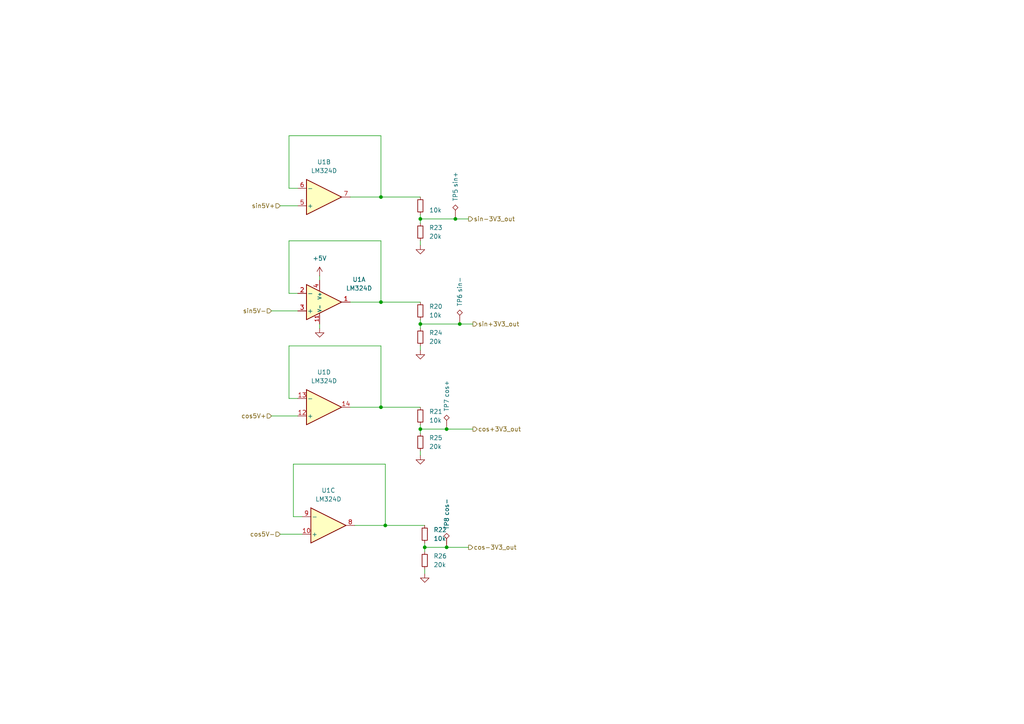
<source format=kicad_sch>
(kicad_sch (version 20231120) (generator "eeschema") (generator_version "8.0")
  (paper "A4")
  (title_block (title "INV_MainBoard_TI") (date "2025-02-19") (rev "1.0") (company "NTURacing Team") (comment 1 "郭哲明 Jack Kuo") (comment 2 "Powertrain Group"))
  (lib_symbols
    (symbol "Connector:TestPoint_Alt" (pin_numbers hide) (pin_names (offset 0.762) hide)
      (property "Reference" "TP" (at 0 6.858 0))
      (property "Value" "TestPoint_Alt" (at 0 5.08 0))
      (symbol "TestPoint_Alt_0_1"
        (polyline (pts (xy 0 2.54) (xy -0.762 3.302) (xy 0 4.064) (xy 0.762 3.302) (xy 0 2.54)))
      )
      (symbol "TestPoint_Alt_1_1"
        (pin passive line (at 0 0 90) (length 2.54) (name "1") (number "1"))
      )
    )
    (symbol "Device:R_Small" (pin_numbers hide) (pin_names (offset 0.254) hide)
      (property "Reference" "R" (at 0.762 0.508 0))
      (property "Value" "R_Small" (at 0.762 -1.016 0))
      (symbol "R_Small_0_1"
        (rectangle (start -0.762 1.778) (end 0.762 -1.778) (stroke (width 0.2032)))
      )
      (symbol "R_Small_1_1"
        (pin passive line (at 0 2.54 270) (length 0.762) (name "~") (number "1"))
        (pin passive line (at 0 -2.54 90) (length 0.762) (name "~") (number "2"))
      )
    )
    (symbol "PCM_Amplifier_Operational_AKL:LM324D" (pin_names (offset 0.2))
      (property "Reference" "U" (at 1.27 6.35 0))
      (property "Value" "LM324D" (at 1.27 3.81 0))
      (symbol "LM324D_0_1"
        (polyline (pts (xy -3.81 5.08) (xy -3.81 -5.08) (xy 6.35 0) (xy -3.81 5.08)) (stroke (width 0.254)) (fill (type background)))
      )
      (symbol "LM324D_1_1"
        (pin output line (at 8.89 0 180) (length 2.54) (name "~") (number "1"))
        (pin power_in line (at 0 -6.35 90) (length 3.18) (name "V-") (number "11"))
        (pin input line (at -6.35 2.54 0) (length 2.54) (name "-") (number "2"))
        (pin input line (at -6.35 -2.54 0) (length 2.54) (name "+") (number "3"))
        (pin power_in line (at 0 6.35 270) (length 3.18) (name "V+") (number "4"))
      )
      (symbol "LM324D_2_1"
        (pin input line (at -6.35 -2.54 0) (length 2.54) (name "+") (number "5"))
        (pin input line (at -6.35 2.54 0) (length 2.54) (name "-") (number "6"))
        (pin output line (at 8.89 0 180) (length 2.54) (name "~") (number "7"))
      )
      (symbol "LM324D_3_1"
        (pin input line (at -6.35 -2.54 0) (length 2.54) (name "+") (number "10"))
        (pin output line (at 8.89 0 180) (length 2.54) (name "~") (number "8"))
        (pin input line (at -6.35 2.54 0) (length 2.54) (name "-") (number "9"))
      )
      (symbol "LM324D_4_1"
        (pin input line (at -6.35 -2.54 0) (length 2.54) (name "+") (number "12"))
        (pin input line (at -6.35 2.54 0) (length 2.54) (name "-") (number "13"))
        (pin output line (at 8.89 0 180) (length 2.54) (name "~") (number "14"))
      )
    )
    (symbol "power:+5V" (power) (pin_numbers hide) (pin_names (offset 0) hide)
      (property "Value" "+5V" (at 0 3.556 0))
      (symbol "+5V_0_1"
        (polyline (pts (xy -0.762 1.27) (xy 0 2.54)))
        (polyline (pts (xy 0 0) (xy 0 2.54)))
        (polyline (pts (xy 0 2.54) (xy 0.762 1.27)))
      )
      (symbol "+5V_1_1"
        (pin power_in line (at 0 0 90) (length 0) (name "~") (number "1"))
      )
    )
    (symbol "power:GND" (power) (pin_numbers hide) (pin_names (offset 0) hide)
      (property "Value" "GND" (at 0 -3.81 0))
      (symbol "GND_0_1"
        (polyline (pts (xy 0 0) (xy 0 -1.27) (xy 1.27 -1.27) (xy 0 -2.54) (xy -1.27 -1.27) (xy 0 -1.27)))
      )
      (symbol "GND_1_1"
        (pin power_in line (at 0 0 270) (length 0) (name "~") (number "1"))
      )
    )
  )
  (junction (at 132.08 63.5))
  (junction (at 110.49 87.63))
  (junction (at 121.92 63.5))
  (junction (at 111.76 152.4))
  (junction (at 123.19 158.75))
  (junction (at 110.49 57.15))
  (junction (at 129.54 158.75))
  (junction (at 121.92 93.98))
  (junction (at 129.54 124.46))
  (junction (at 110.49 118.11))
  (junction (at 121.92 124.46))
  (junction (at 133.35 93.98))
  (wire (pts (xy 123.19 158.75) (xy 123.19 160.02)))
  (wire (pts (xy 121.92 62.23) (xy 121.92 63.5)))
  (wire (pts (xy 86.36 85.09) (xy 83.82 85.09)))
  (wire (pts (xy 86.36 115.57) (xy 83.82 115.57)))
  (wire (pts (xy 123.19 157.48) (xy 123.19 158.75)))
  (wire (pts (xy 85.09 149.86) (xy 85.09 134.62)))
  (wire (pts (xy 110.49 87.63) (xy 121.92 87.63)))
  (wire (pts (xy 101.6 57.15) (xy 110.49 57.15)))
  (wire (pts (xy 92.71 95.25) (xy 92.71 93.98)))
  (wire (pts (xy 81.28 59.69) (xy 86.36 59.69)))
  (wire (pts (xy 111.76 134.62) (xy 111.76 152.4)))
  (wire (pts (xy 101.6 87.63) (xy 110.49 87.63)))
  (wire (pts (xy 83.82 69.85) (xy 110.49 69.85)))
  (wire (pts (xy 110.49 69.85) (xy 110.49 87.63)))
  (wire (pts (xy 121.92 92.71) (xy 121.92 93.98)))
  (wire (pts (xy 121.92 123.19) (xy 121.92 124.46)))
  (wire (pts (xy 85.09 134.62) (xy 111.76 134.62)))
  (wire (pts (xy 121.92 71.12) (xy 121.92 69.85)))
  (wire (pts (xy 83.82 115.57) (xy 83.82 100.33)))
  (wire (pts (xy 135.89 63.5) (xy 132.08 63.5)))
  (wire (pts (xy 121.92 132.08) (xy 121.92 130.81)))
  (wire (pts (xy 121.92 124.46) (xy 121.92 125.73)))
  (wire (pts (xy 83.82 54.61) (xy 83.82 39.37)))
  (wire (pts (xy 132.08 63.5) (xy 121.92 63.5)))
  (wire (pts (xy 86.36 54.61) (xy 83.82 54.61)))
  (wire (pts (xy 121.92 101.6) (xy 121.92 100.33)))
  (wire (pts (xy 83.82 100.33) (xy 110.49 100.33)))
  (wire (pts (xy 110.49 100.33) (xy 110.49 118.11)))
  (wire (pts (xy 133.35 93.98) (xy 137.16 93.98)))
  (wire (pts (xy 129.54 124.46) (xy 121.92 124.46)))
  (wire (pts (xy 123.19 166.37) (xy 123.19 165.1)))
  (wire (pts (xy 110.49 118.11) (xy 121.92 118.11)))
  (wire (pts (xy 121.92 93.98) (xy 121.92 95.25)))
  (wire (pts (xy 137.16 124.46) (xy 129.54 124.46)))
  (wire (pts (xy 83.82 39.37) (xy 110.49 39.37)))
  (wire (pts (xy 121.92 63.5) (xy 121.92 64.77)))
  (wire (pts (xy 101.6 118.11) (xy 110.49 118.11)))
  (wire (pts (xy 110.49 57.15) (xy 121.92 57.15)))
  (wire (pts (xy 78.74 90.17) (xy 86.36 90.17)))
  (wire (pts (xy 129.54 158.75) (xy 135.89 158.75)))
  (wire (pts (xy 78.74 120.65) (xy 86.36 120.65)))
  (wire (pts (xy 83.82 85.09) (xy 83.82 69.85)))
  (wire (pts (xy 102.87 152.4) (xy 111.76 152.4)))
  (wire (pts (xy 92.71 80.01) (xy 92.71 81.28)))
  (wire (pts (xy 111.76 152.4) (xy 123.19 152.4)))
  (wire (pts (xy 87.63 149.86) (xy 85.09 149.86)))
  (wire (pts (xy 121.92 93.98) (xy 133.35 93.98)))
  (wire (pts (xy 123.19 158.75) (xy 129.54 158.75)))
  (wire (pts (xy 110.49 39.37) (xy 110.49 57.15)))
  (wire (pts (xy 81.28 154.94) (xy 87.63 154.94)))
  (hierarchical_label "sin-3V3_out" (shape output) (at 135.89 63.5 0))
  (hierarchical_label "sin+3V3_out" (shape output) (at 137.16 93.98 0))
  (hierarchical_label "cos5V+" (shape input) (at 78.74 120.65 180))
  (hierarchical_label "cos-3V3_out" (shape output) (at 135.89 158.75 0))
  (hierarchical_label "cos+3V3_out" (shape output) (at 137.16 124.46 0))
  (hierarchical_label "sin5V+" (shape input) (at 81.28 59.69 180))
  (hierarchical_label "cos5V-" (shape input) (at 81.28 154.94 180))
  (hierarchical_label "sin5V-" (shape input) (at 78.74 90.17 180))
  (symbol (lib_id "Device:R_Small") (at 123.19 154.94 0) (unit 1)
    (property "Reference" "R22" (at 125.73 153.67 0) (effects (justify left)))
    (property "Value" "10k" (at 125.73 156.21 0) (effects (justify left)))
    (property "Footprint" "Resistor_SMD:R_0402_1005Metric" (effects (hide yes)))
    (property "Description" "Resistor, small symbol" (effects (hide yes)))
  )
  (symbol (lib_id "Device:R_Small") (at 123.19 162.56 0) (unit 1)
    (property "Reference" "R26" (at 125.73 161.29 0) (effects (justify left)))
    (property "Value" "20k" (at 125.73 163.83 0) (effects (justify left)))
    (property "Footprint" "Resistor_SMD:R_0402_1005Metric" (effects (hide yes)))
    (property "Description" "Resistor, small symbol" (effects (hide yes)))
  )
  (symbol (lib_id "Connector:TestPoint_Alt") (at 129.54 158.75 0) (unit 1)
    (property "Reference" "TP8" (at 129.54 153.67 90) (effects (justify left)))
    (property "Value" "cos-" (at 129.54 149.606 90) (effects (justify left)))
    (property "Footprint" "TestPoint:TestPoint_Pad_D1.0mm" (effects (hide yes)))
    (property "Description" "test point (alternative shape)" (effects (hide yes)))
  )
  (symbol (lib_id "Device:R_Small") (at 121.92 67.31 0) (unit 1)
    (property "Reference" "R23" (at 124.46 66.04 0) (effects (justify left)))
    (property "Value" "20k" (at 124.46 68.58 0) (effects (justify left)))
    (property "Footprint" "Resistor_SMD:R_0402_1005Metric" (effects (hide yes)))
    (property "Description" "Resistor, small symbol" (effects (hide yes)))
  )
  (symbol (lib_id "Device:R_Small") (at 121.92 120.65 0) (unit 1)
    (property "Reference" "R21" (at 124.46 119.38 0) (effects (justify left)))
    (property "Value" "10k" (at 124.46 121.92 0) (effects (justify left)))
    (property "Footprint" "Resistor_SMD:R_0402_1005Metric" (effects (hide yes)))
    (property "Description" "Resistor, small symbol" (effects (hide yes)))
  )
  (symbol (lib_id "power:+5V") (at 92.71 80.01 0) (unit 1)
    (property "Reference" "#PWR06" (effects (hide yes)))
    (property "Value" "+5V" (at 92.71 74.93 0))
    (property "Description" "Power symbol creates a global label with name \"+5V\"" (effects (hide yes)))
  )
  (symbol (lib_id "Device:R_Small") (at 121.92 90.17 0) (unit 1)
    (property "Reference" "R20" (at 124.46 88.9 0) (effects (justify left)))
    (property "Value" "10k" (at 124.46 91.44 0) (effects (justify left)))
    (property "Footprint" "Resistor_SMD:R_0402_1005Metric" (effects (hide yes)))
    (property "Description" "Resistor, small symbol" (effects (hide yes)))
  )
  (symbol (lib_id "power:GND") (at 121.92 101.6 0) (unit 1)
    (property "Reference" "#PWR074" (effects (hide yes)))
    (property "Value" "GND" (effects (hide yes)))
    (property "Description" "Power symbol creates a global label with name \"GND\" , ground" (effects (hide yes)))
  )
  (symbol (lib_id "power:GND") (at 92.71 95.25 0) (unit 1)
    (property "Reference" "#PWR07" (effects (hide yes)))
    (property "Value" "GND" (effects (hide yes)))
    (property "Description" "Power symbol creates a global label with name \"GND\" , ground" (effects (hide yes)))
  )
  (symbol (lib_id "PCM_Amplifier_Operational_AKL:LM324D") (at 92.71 57.15 0) (unit 2)
    (property "Reference" "U1" (at 93.98 46.99 0))
    (property "Value" "LM324D" (at 93.98 49.53 0))
    (property "Footprint" "PCM_Package_SO_AKL:SOIC-14_3.9x8.7mm_P1.27mm" (effects (hide yes)))
    (property "Datasheet" "https://www.ti.com/lit/ds/symlink/lm124.pdf?ts=1630835088051&ref_url=https%253A%252F%252Fwww.ti.com%252Fproduct%252FLM124" (effects (hide yes)))
    (property "Description" "SO-14 Quad Operational Amplifier, 7mV Offset, 1.2MHz GBW, Alternate KiCAD Library" (effects (hide yes)))
  )
  (symbol (lib_id "Device:R_Small") (at 121.92 97.79 0) (unit 1)
    (property "Reference" "R24" (at 124.46 96.52 0) (effects (justify left)))
    (property "Value" "20k" (at 124.46 99.06 0) (effects (justify left)))
    (property "Footprint" "Resistor_SMD:R_0402_1005Metric" (effects (hide yes)))
    (property "Description" "Resistor, small symbol" (effects (hide yes)))
  )
  (symbol (lib_id "PCM_Amplifier_Operational_AKL:LM324D") (at 92.71 87.63 0) (unit 1)
    (property "Reference" "U1" (at 104.14 81.0727 0))
    (property "Value" "LM324D" (at 104.14 83.6127 0))
    (property "Footprint" "PCM_Package_SO_AKL:SOIC-14_3.9x8.7mm_P1.27mm" (effects (hide yes)))
    (property "Datasheet" "https://www.ti.com/lit/ds/symlink/lm124.pdf?ts=1630835088051&ref_url=https%253A%252F%252Fwww.ti.com%252Fproduct%252FLM124" (effects (hide yes)))
    (property "Description" "SO-14 Quad Operational Amplifier, 7mV Offset, 1.2MHz GBW, Alternate KiCAD Library" (effects (hide yes)))
  )
  (symbol (lib_id "PCM_Amplifier_Operational_AKL:LM324D") (at 93.98 152.4 0) (unit 3)
    (property "Reference" "U1" (at 95.25 142.24 0))
    (property "Value" "LM324D" (at 95.25 144.78 0))
    (property "Footprint" "PCM_Package_SO_AKL:SOIC-14_3.9x8.7mm_P1.27mm" (effects (hide yes)))
    (property "Datasheet" "https://www.ti.com/lit/ds/symlink/lm124.pdf?ts=1630835088051&ref_url=https%253A%252F%252Fwww.ti.com%252Fproduct%252FLM124" (effects (hide yes)))
    (property "Description" "SO-14 Quad Operational Amplifier, 7mV Offset, 1.2MHz GBW, Alternate KiCAD Library" (effects (hide yes)))
  )
  (symbol (lib_id "Connector:TestPoint_Alt") (at 129.54 124.46 0) (unit 1)
    (property "Reference" "TP7" (at 129.54 119.38 90) (effects (justify left)))
    (property "Value" "cos+" (at 129.54 115.316 90) (effects (justify left)))
    (property "Footprint" "TestPoint:TestPoint_Pad_D1.0mm" (effects (hide yes)))
    (property "Description" "test point (alternative shape)" (effects (hide yes)))
  )
  (symbol (lib_id "Device:R_Small") (at 121.92 59.69 0) (unit 1)
    (property "Reference" "R19" (effects (hide yes)))
    (property "Value" "10k" (at 124.46 60.96 0) (effects (justify left)))
    (property "Footprint" "Resistor_SMD:R_0402_1005Metric" (effects (hide yes)))
    (property "Description" "Resistor, small symbol" (effects (hide yes)))
  )
  (symbol (lib_id "Device:R_Small") (at 121.92 128.27 0) (unit 1)
    (property "Reference" "R25" (at 124.46 127 0) (effects (justify left)))
    (property "Value" "20k" (at 124.46 129.54 0) (effects (justify left)))
    (property "Footprint" "Resistor_SMD:R_0402_1005Metric" (effects (hide yes)))
    (property "Description" "Resistor, small symbol" (effects (hide yes)))
  )
  (symbol (lib_id "Connector:TestPoint_Alt") (at 133.35 93.98 0) (unit 1)
    (property "Reference" "TP6" (at 133.35 88.9 90) (effects (justify left)))
    (property "Value" "sin-" (at 133.35 84.836 90) (effects (justify left)))
    (property "Footprint" "TestPoint:TestPoint_Pad_D1.0mm" (effects (hide yes)))
    (property "Description" "test point (alternative shape)" (effects (hide yes)))
  )
  (symbol (lib_id "power:GND") (at 121.92 132.08 0) (unit 1)
    (property "Reference" "#PWR075" (effects (hide yes)))
    (property "Value" "GND" (effects (hide yes)))
    (property "Description" "Power symbol creates a global label with name \"GND\" , ground" (effects (hide yes)))
  )
  (symbol (lib_id "PCM_Amplifier_Operational_AKL:LM324D") (at 92.71 118.11 0) (unit 4)
    (property "Reference" "U1" (at 93.98 107.95 0))
    (property "Value" "LM324D" (at 93.98 110.49 0))
    (property "Footprint" "PCM_Package_SO_AKL:SOIC-14_3.9x8.7mm_P1.27mm" (effects (hide yes)))
    (property "Datasheet" "https://www.ti.com/lit/ds/symlink/lm124.pdf?ts=1630835088051&ref_url=https%253A%252F%252Fwww.ti.com%252Fproduct%252FLM124" (effects (hide yes)))
    (property "Description" "SO-14 Quad Operational Amplifier, 7mV Offset, 1.2MHz GBW, Alternate KiCAD Library" (effects (hide yes)))
  )
  (symbol (lib_id "Connector:TestPoint_Alt") (at 132.08 63.5 0) (unit 1)
    (property "Reference" "TP5" (at 132.08 58.42 90) (effects (justify left)))
    (property "Value" "sin+" (at 132.08 54.356 90) (effects (justify left)))
    (property "Footprint" "TestPoint:TestPoint_Pad_D1.0mm" (effects (hide yes)))
    (property "Description" "test point (alternative shape)" (effects (hide yes)))
  )
  (symbol (lib_id "power:GND") (at 123.19 166.37 0) (unit 1)
    (property "Reference" "#PWR076" (effects (hide yes)))
    (property "Value" "GND" (effects (hide yes)))
    (property "Description" "Power symbol creates a global label with name \"GND\" , ground" (effects (hide yes)))
  )
  (symbol (lib_id "power:GND") (at 121.92 71.12 0) (unit 1)
    (property "Reference" "#PWR073" (effects (hide yes)))
    (property "Value" "GND" (effects (hide yes)))
    (property "Description" "Power symbol creates a global label with name \"GND\" , ground" (effects (hide yes)))
  )
)
</source>
